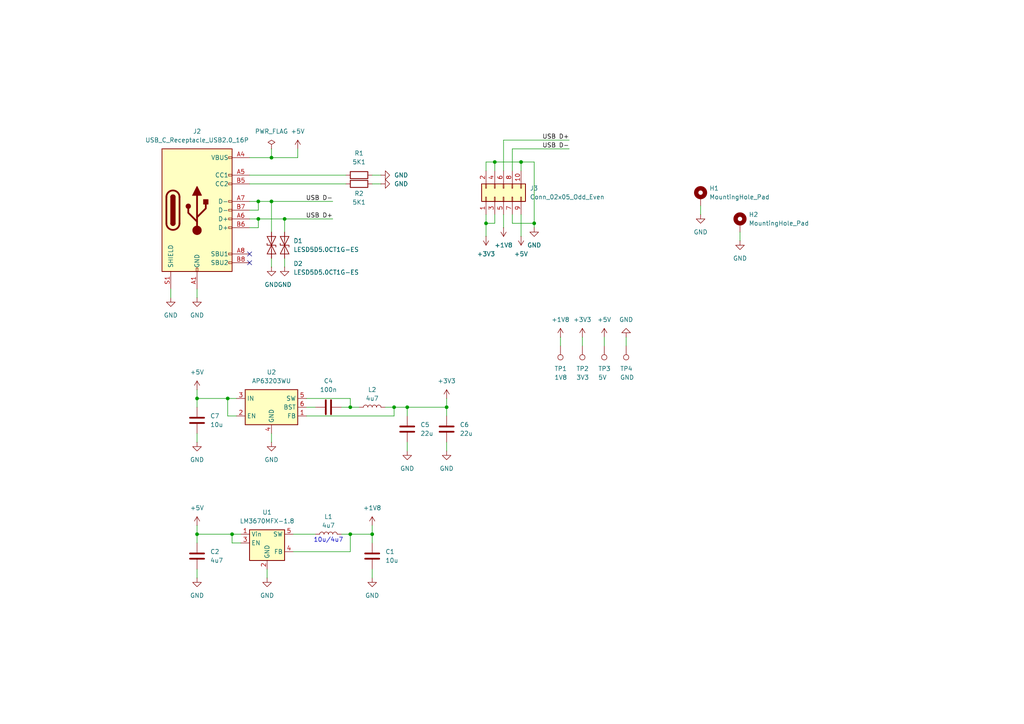
<source format=kicad_sch>
(kicad_sch (version 20231120) (generator "eeschema") (generator_version "8.0")
  (paper "A4")
  (lib_symbols
    (symbol "Connector:TestPoint" (pin_numbers hide) (pin_names (offset 0.762) hide)
      (property "Reference" "TP" (at 0 6.858 0))
      (property "Value" "TestPoint" (at 0 5.08 0))
      (symbol "TestPoint_0_1"
        (circle (center 0 3.302) (radius 0.762))
      )
      (symbol "TestPoint_1_1"
        (pin passive line (at 0 0 90) (length 2.54) (name "1") (number "1"))
      )
    )
    (symbol "Connector:USB_C_Receptacle_USB2.0_16P" (pin_names (offset 1.016))
      (property "Reference" "J" (at 0 22.225 0))
      (property "Value" "USB_C_Receptacle_USB2.0_16P" (at 0 19.685 0))
      (symbol "USB_C_Receptacle_USB2.0_16P_0_0"
        (rectangle (start -0.254 -17.78) (end 0.254 -16.764))
        (rectangle (start 10.16 -14.986) (end 9.144 -15.494))
        (rectangle (start 10.16 -12.446) (end 9.144 -12.954))
        (rectangle (start 10.16 -4.826) (end 9.144 -5.334))
        (rectangle (start 10.16 -2.286) (end 9.144 -2.794))
        (rectangle (start 10.16 0.254) (end 9.144 -0.254))
        (rectangle (start 10.16 2.794) (end 9.144 2.286))
        (rectangle (start 10.16 7.874) (end 9.144 7.366))
        (rectangle (start 10.16 10.414) (end 9.144 9.906))
        (rectangle (start 10.16 15.494) (end 9.144 14.986))
      )
      (symbol "USB_C_Receptacle_USB2.0_16P_0_1"
        (rectangle (start -10.16 17.78) (end 10.16 -17.78) (stroke (width 0.254)) (fill (type background)))
        (arc (start -8.89 -3.81) (mid -6.985 -5.7067) (end -5.08 -3.81) (stroke (width 0.508)))
        (arc (start -7.62 -3.81) (mid -6.985 -4.4423) (end -6.35 -3.81) (stroke (width 0.254)))
        (arc (start -7.62 -3.81) (mid -6.985 -4.4423) (end -6.35 -3.81) (stroke (width 0.254)) (fill (type outline)))
        (rectangle (start -7.62 -3.81) (end -6.35 3.81) (stroke (width 0.254)) (fill (type outline)))
        (arc (start -6.35 3.81) (mid -6.985 4.4423) (end -7.62 3.81) (stroke (width 0.254)))
        (arc (start -6.35 3.81) (mid -6.985 4.4423) (end -7.62 3.81) (stroke (width 0.254)) (fill (type outline)))
        (arc (start -5.08 3.81) (mid -6.985 5.7067) (end -8.89 3.81) (stroke (width 0.508)))
        (circle (center -2.54 1.143) (radius 0.635) (stroke (width 0.254)) (fill (type outline)))
        (circle (center 0 -5.842) (radius 1.27) (fill (type outline)))
        (polyline (pts (xy -8.89 -3.81) (xy -8.89 3.81)) (stroke (width 0.508)))
        (polyline (pts (xy -5.08 3.81) (xy -5.08 -3.81)) (stroke (width 0.508)))
        (polyline (pts (xy 0 -5.842) (xy 0 4.318)) (stroke (width 0.508)))
        (polyline (pts (xy 0 -3.302) (xy -2.54 -0.762) (xy -2.54 0.508)) (stroke (width 0.508)))
        (polyline (pts (xy 0 -2.032) (xy 2.54 0.508) (xy 2.54 1.778)) (stroke (width 0.508)))
        (polyline (pts (xy -1.27 4.318) (xy 0 6.858) (xy 1.27 4.318) (xy -1.27 4.318)) (stroke (width 0.254)) (fill (type outline)))
        (rectangle (start 1.905 1.778) (end 3.175 3.048) (stroke (width 0.254)) (fill (type outline)))
      )
      (symbol "USB_C_Receptacle_USB2.0_16P_1_1"
        (pin passive line (at 0 -22.86 90) (length 5.08) (name "GND") (number "A1"))
        (pin passive line (at 0 -22.86 90) (length 5.08) hide (name "GND") (number "A12"))
        (pin passive line (at 15.24 15.24 180) (length 5.08) (name "VBUS") (number "A4"))
        (pin bidirectional line (at 15.24 10.16 180) (length 5.08) (name "CC1") (number "A5"))
        (pin bidirectional line (at 15.24 -2.54 180) (length 5.08) (name "D+") (number "A6"))
        (pin bidirectional line (at 15.24 2.54 180) (length 5.08) (name "D-") (number "A7"))
        (pin bidirectional line (at 15.24 -12.7 180) (length 5.08) (name "SBU1") (number "A8"))
        (pin passive line (at 15.24 15.24 180) (length 5.08) hide (name "VBUS") (number "A9"))
        (pin passive line (at 0 -22.86 90) (length 5.08) hide (name "GND") (number "B1"))
        (pin passive line (at 0 -22.86 90) (length 5.08) hide (name "GND") (number "B12"))
        (pin passive line (at 15.24 15.24 180) (length 5.08) hide (name "VBUS") (number "B4"))
        (pin bidirectional line (at 15.24 7.62 180) (length 5.08) (name "CC2") (number "B5"))
        (pin bidirectional line (at 15.24 -5.08 180) (length 5.08) (name "D+") (number "B6"))
        (pin bidirectional line (at 15.24 0 180) (length 5.08) (name "D-") (number "B7"))
        (pin bidirectional line (at 15.24 -15.24 180) (length 5.08) (name "SBU2") (number "B8"))
        (pin passive line (at 15.24 15.24 180) (length 5.08) hide (name "VBUS") (number "B9"))
        (pin passive line (at -7.62 -22.86 90) (length 5.08) (name "SHIELD") (number "S1"))
      )
    )
    (symbol "Connector_Generic:Conn_02x05_Odd_Even" (pin_names (offset 1.016) hide)
      (property "Reference" "J" (at 1.27 7.62 0))
      (property "Value" "Conn_02x05_Odd_Even" (at 1.27 -7.62 0))
      (symbol "Conn_02x05_Odd_Even_1_1"
        (rectangle (start -1.27 -4.953) (end 0 -5.207) (stroke (width 0.1524)))
        (rectangle (start -1.27 -2.413) (end 0 -2.667) (stroke (width 0.1524)))
        (rectangle (start -1.27 0.127) (end 0 -0.127) (stroke (width 0.1524)))
        (rectangle (start -1.27 2.667) (end 0 2.413) (stroke (width 0.1524)))
        (rectangle (start -1.27 5.207) (end 0 4.953) (stroke (width 0.1524)))
        (rectangle (start -1.27 6.35) (end 3.81 -6.35) (stroke (width 0.254)) (fill (type background)))
        (rectangle (start 3.81 -4.953) (end 2.54 -5.207) (stroke (width 0.1524)))
        (rectangle (start 3.81 -2.413) (end 2.54 -2.667) (stroke (width 0.1524)))
        (rectangle (start 3.81 0.127) (end 2.54 -0.127) (stroke (width 0.1524)))
        (rectangle (start 3.81 2.667) (end 2.54 2.413) (stroke (width 0.1524)))
        (rectangle (start 3.81 5.207) (end 2.54 4.953) (stroke (width 0.1524)))
        (pin passive line (at -5.08 5.08 0) (length 3.81) (name "Pin_1") (number "1"))
        (pin passive line (at 7.62 -5.08 180) (length 3.81) (name "Pin_10") (number "10"))
        (pin passive line (at 7.62 5.08 180) (length 3.81) (name "Pin_2") (number "2"))
        (pin passive line (at -5.08 2.54 0) (length 3.81) (name "Pin_3") (number "3"))
        (pin passive line (at 7.62 2.54 180) (length 3.81) (name "Pin_4") (number "4"))
        (pin passive line (at -5.08 0 0) (length 3.81) (name "Pin_5") (number "5"))
        (pin passive line (at 7.62 0 180) (length 3.81) (name "Pin_6") (number "6"))
        (pin passive line (at -5.08 -2.54 0) (length 3.81) (name "Pin_7") (number "7"))
        (pin passive line (at 7.62 -2.54 180) (length 3.81) (name "Pin_8") (number "8"))
        (pin passive line (at -5.08 -5.08 0) (length 3.81) (name "Pin_9") (number "9"))
      )
    )
    (symbol "Device:C" (pin_numbers hide) (pin_names (offset 0.254))
      (property "Reference" "C" (at 0.635 2.54 0))
      (property "Value" "C" (at 0.635 -2.54 0))
      (symbol "C_0_1"
        (polyline (pts (xy -2.032 -0.762) (xy 2.032 -0.762)) (stroke (width 0.508)))
        (polyline (pts (xy -2.032 0.762) (xy 2.032 0.762)) (stroke (width 0.508)))
      )
      (symbol "C_1_1"
        (pin passive line (at 0 3.81 270) (length 2.794) (name "~") (number "1"))
        (pin passive line (at 0 -3.81 90) (length 2.794) (name "~") (number "2"))
      )
    )
    (symbol "Device:L" (pin_numbers hide) (pin_names (offset 1.016) hide)
      (property "Reference" "L" (at -1.27 0 90))
      (property "Value" "L" (at 1.905 0 90))
      (symbol "L_0_1"
        (arc (start 0 -2.54) (mid 0.6323 -1.905) (end 0 -1.27))
        (arc (start 0 -1.27) (mid 0.6323 -0.635) (end 0 0))
        (arc (start 0 0) (mid 0.6323 0.635) (end 0 1.27))
        (arc (start 0 1.27) (mid 0.6323 1.905) (end 0 2.54))
      )
      (symbol "L_1_1"
        (pin passive line (at 0 3.81 270) (length 1.27) (name "1") (number "1"))
        (pin passive line (at 0 -3.81 90) (length 1.27) (name "2") (number "2"))
      )
    )
    (symbol "Device:R" (pin_numbers hide) (pin_names (offset 0))
      (property "Reference" "R" (at 2.032 0 90))
      (property "Value" "R" (at 0 0 90))
      (symbol "R_0_1"
        (rectangle (start -1.016 -2.54) (end 1.016 2.54) (stroke (width 0.254)))
      )
      (symbol "R_1_1"
        (pin passive line (at 0 3.81 270) (length 1.27) (name "~") (number "1"))
        (pin passive line (at 0 -3.81 90) (length 1.27) (name "~") (number "2"))
      )
    )
    (symbol "Diode:SMAJ440CA" (pin_numbers hide) (pin_names (offset 1.016) hide)
      (property "Reference" "D" (at 0 2.54 0))
      (property "Value" "SMAJ440CA" (at 0 -2.54 0))
      (symbol "SMAJ440CA_0_1"
        (polyline (pts (xy 1.27 0) (xy -1.27 0)))
        (polyline (pts (xy -2.54 -1.27) (xy 0 0) (xy -2.54 1.27) (xy -2.54 -1.27)) (stroke (width 0.2032)))
        (polyline (pts (xy 0.508 1.27) (xy 0 1.27) (xy 0 -1.27) (xy -0.508 -1.27)) (stroke (width 0.2032)))
        (polyline (pts (xy 2.54 1.27) (xy 2.54 -1.27) (xy 0 0) (xy 2.54 1.27)) (stroke (width 0.2032)))
      )
      (symbol "SMAJ440CA_1_1"
        (pin passive line (at -3.81 0 0) (length 2.54) (name "A1") (number "1"))
        (pin passive line (at 3.81 0 180) (length 2.54) (name "A2") (number "2"))
      )
    )
    (symbol "Mechanical:MountingHole_Pad" (pin_numbers hide) (pin_names (offset 1.016) hide) (exclude_from_sim yes) (in_bom no)
      (property "Reference" "H" (at 0 6.35 0))
      (property "Value" "MountingHole_Pad" (at 0 4.445 0))
      (symbol "MountingHole_Pad_0_1"
        (circle (center 0 1.27) (radius 1.27) (stroke (width 1.27)))
      )
      (symbol "MountingHole_Pad_1_1"
        (pin input line (at 0 -2.54 90) (length 2.54) (name "1") (number "1"))
      )
    )
    (symbol "Regulator_Switching:AP63203WU"
      (property "Reference" "U" (at -7.62 6.35 0))
      (property "Value" "AP63203WU" (at 2.54 6.35 0))
      (symbol "AP63203WU_0_1"
        (rectangle (start -7.62 5.08) (end 7.62 -5.08) (stroke (width 0.254)) (fill (type background)))
      )
      (symbol "AP63203WU_1_1"
        (pin input line (at 10.16 -2.54 180) (length 2.54) (name "FB") (number "1"))
        (pin input line (at -10.16 -2.54 0) (length 2.54) (name "EN") (number "2"))
        (pin power_in line (at -10.16 2.54 0) (length 2.54) (name "IN") (number "3"))
        (pin power_in line (at 0 -7.62 90) (length 2.54) (name "GND") (number "4"))
        (pin output line (at 10.16 2.54 180) (length 2.54) (name "SW") (number "5"))
        (pin passive line (at 10.16 0 180) (length 2.54) (name "BST") (number "6"))
      )
    )
    (symbol "Regulator_Switching:LM3670MF"
      (property "Reference" "U" (at -5.08 5.08 0))
      (property "Value" "LM3670MF" (at 0 5.08 0))
      (symbol "LM3670MF_0_1"
        (rectangle (start -5.08 3.81) (end 5.08 -5.08) (stroke (width 0.254)) (fill (type background)))
      )
      (symbol "LM3670MF_1_1"
        (pin power_in line (at -7.62 2.54 0) (length 2.54) (name "Vin") (number "1"))
        (pin power_in line (at 0 -7.62 90) (length 2.54) (name "GND") (number "2"))
        (pin input line (at -7.62 0 0) (length 2.54) (name "EN") (number "3"))
        (pin input line (at 7.62 -2.54 180) (length 2.54) (name "FB") (number "4"))
        (pin input line (at 7.62 2.54 180) (length 2.54) (name "SW") (number "5"))
      )
    )
    (symbol "power:+1V8" (power) (pin_numbers hide) (pin_names (offset 0) hide)
      (property "Value" "+1V8" (at 0 3.556 0))
      (symbol "+1V8_0_1"
        (polyline (pts (xy -0.762 1.27) (xy 0 2.54)))
        (polyline (pts (xy 0 0) (xy 0 2.54)))
        (polyline (pts (xy 0 2.54) (xy 0.762 1.27)))
      )
      (symbol "+1V8_1_1"
        (pin power_in line (at 0 0 90) (length 0) (name "~") (number "1"))
      )
    )
    (symbol "power:+3V3" (power) (pin_numbers hide) (pin_names (offset 0) hide)
      (property "Value" "+3V3" (at 0 3.556 0))
      (symbol "+3V3_0_1"
        (polyline (pts (xy -0.762 1.27) (xy 0 2.54)))
        (polyline (pts (xy 0 0) (xy 0 2.54)))
        (polyline (pts (xy 0 2.54) (xy 0.762 1.27)))
      )
      (symbol "+3V3_1_1"
        (pin power_in line (at 0 0 90) (length 0) (name "~") (number "1"))
      )
    )
    (symbol "power:+5V" (power) (pin_numbers hide) (pin_names (offset 0) hide)
      (property "Value" "+5V" (at 0 3.556 0))
      (symbol "+5V_0_1"
        (polyline (pts (xy -0.762 1.27) (xy 0 2.54)))
        (polyline (pts (xy 0 0) (xy 0 2.54)))
        (polyline (pts (xy 0 2.54) (xy 0.762 1.27)))
      )
      (symbol "+5V_1_1"
        (pin power_in line (at 0 0 90) (length 0) (name "~") (number "1"))
      )
    )
    (symbol "power:GND" (power) (pin_numbers hide) (pin_names (offset 0) hide)
      (property "Value" "GND" (at 0 -3.81 0))
      (symbol "GND_0_1"
        (polyline (pts (xy 0 0) (xy 0 -1.27) (xy 1.27 -1.27) (xy 0 -2.54) (xy -1.27 -1.27) (xy 0 -1.27)))
      )
      (symbol "GND_1_1"
        (pin power_in line (at 0 0 270) (length 0) (name "~") (number "1"))
      )
    )
    (symbol "power:PWR_FLAG" (power) (pin_numbers hide) (pin_names (offset 0) hide)
      (property "Value" "PWR_FLAG" (at 0 3.81 0))
      (symbol "PWR_FLAG_0_0"
        (pin power_out line (at 0 0 90) (length 0) (name "~") (number "1"))
      )
      (symbol "PWR_FLAG_0_1"
        (polyline (pts (xy 0 0) (xy 0 1.27) (xy -1.016 1.905) (xy 0 2.54) (xy 1.016 1.905) (xy 0 1.27)))
      )
    )
  )
  (junction (at 57.15 115.57))
  (junction (at 114.3 118.11))
  (junction (at 101.6 154.94))
  (junction (at 78.74 58.42))
  (junction (at 67.31 154.94))
  (junction (at 118.11 118.11))
  (junction (at 57.15 154.94))
  (junction (at 129.54 118.11))
  (junction (at 107.95 154.94))
  (junction (at 74.93 63.5))
  (junction (at 78.74 45.72))
  (junction (at 66.04 115.57))
  (junction (at 143.51 46.99))
  (junction (at 101.6 118.11))
  (junction (at 151.13 46.99))
  (junction (at 154.94 64.77))
  (junction (at 74.93 58.42))
  (junction (at 82.55 63.5))
  (junction (at 140.97 64.77))
  (no_connect (at 72.39 73.66))
  (no_connect (at 72.39 76.2))
  (wire (pts (xy 162.56 97.79) (xy 162.56 100.33)))
  (wire (pts (xy 72.39 45.72) (xy 78.74 45.72)))
  (wire (pts (xy 57.15 118.11) (xy 57.15 115.57)))
  (wire (pts (xy 143.51 49.53) (xy 143.51 46.99)))
  (wire (pts (xy 165.1 43.18) (xy 148.59 43.18)))
  (wire (pts (xy 129.54 118.11) (xy 129.54 120.65)))
  (wire (pts (xy 68.58 120.65) (xy 66.04 120.65)))
  (wire (pts (xy 99.06 118.11) (xy 101.6 118.11)))
  (wire (pts (xy 66.04 115.57) (xy 68.58 115.57)))
  (wire (pts (xy 78.74 43.18) (xy 78.74 45.72)))
  (wire (pts (xy 140.97 64.77) (xy 140.97 68.58)))
  (wire (pts (xy 129.54 128.27) (xy 129.54 130.81)))
  (wire (pts (xy 154.94 64.77) (xy 154.94 66.04)))
  (wire (pts (xy 107.95 165.1) (xy 107.95 167.64)))
  (wire (pts (xy 129.54 115.57) (xy 129.54 118.11)))
  (wire (pts (xy 78.74 125.73) (xy 78.74 128.27)))
  (wire (pts (xy 101.6 154.94) (xy 101.6 160.02)))
  (wire (pts (xy 101.6 115.57) (xy 101.6 118.11)))
  (wire (pts (xy 67.31 154.94) (xy 69.85 154.94)))
  (wire (pts (xy 82.55 77.47) (xy 82.55 74.93)))
  (wire (pts (xy 74.93 63.5) (xy 82.55 63.5)))
  (wire (pts (xy 143.51 64.77) (xy 143.51 62.23)))
  (wire (pts (xy 57.15 154.94) (xy 67.31 154.94)))
  (wire (pts (xy 66.04 120.65) (xy 66.04 115.57)))
  (wire (pts (xy 107.95 157.48) (xy 107.95 154.94)))
  (wire (pts (xy 129.54 118.11) (xy 118.11 118.11)))
  (wire (pts (xy 165.1 40.64) (xy 146.05 40.64)))
  (wire (pts (xy 88.9 120.65) (xy 114.3 120.65)))
  (wire (pts (xy 101.6 118.11) (xy 104.14 118.11)))
  (wire (pts (xy 49.53 83.82) (xy 49.53 86.36)))
  (wire (pts (xy 72.39 53.34) (xy 100.33 53.34)))
  (wire (pts (xy 114.3 118.11) (xy 118.11 118.11)))
  (wire (pts (xy 154.94 46.99) (xy 154.94 64.77)))
  (wire (pts (xy 110.49 50.8) (xy 107.95 50.8)))
  (wire (pts (xy 175.26 97.79) (xy 175.26 100.33)))
  (wire (pts (xy 74.93 58.42) (xy 72.39 58.42)))
  (wire (pts (xy 74.93 63.5) (xy 72.39 63.5)))
  (wire (pts (xy 72.39 60.96) (xy 74.93 60.96)))
  (wire (pts (xy 151.13 46.99) (xy 151.13 49.53)))
  (wire (pts (xy 82.55 63.5) (xy 82.55 67.31)))
  (wire (pts (xy 114.3 120.65) (xy 114.3 118.11)))
  (wire (pts (xy 140.97 46.99) (xy 140.97 49.53)))
  (wire (pts (xy 78.74 58.42) (xy 96.52 58.42)))
  (wire (pts (xy 148.59 64.77) (xy 154.94 64.77)))
  (wire (pts (xy 140.97 62.23) (xy 140.97 64.77)))
  (wire (pts (xy 88.9 118.11) (xy 91.44 118.11)))
  (wire (pts (xy 146.05 40.64) (xy 146.05 49.53)))
  (wire (pts (xy 118.11 120.65) (xy 118.11 118.11)))
  (wire (pts (xy 140.97 64.77) (xy 143.51 64.77)))
  (wire (pts (xy 78.74 77.47) (xy 78.74 74.93)))
  (wire (pts (xy 57.15 165.1) (xy 57.15 167.64)))
  (wire (pts (xy 214.63 69.85) (xy 214.63 67.31)))
  (wire (pts (xy 72.39 66.04) (xy 74.93 66.04)))
  (wire (pts (xy 114.3 118.11) (xy 111.76 118.11)))
  (wire (pts (xy 69.85 157.48) (xy 67.31 157.48)))
  (wire (pts (xy 154.94 46.99) (xy 151.13 46.99)))
  (wire (pts (xy 82.55 63.5) (xy 96.52 63.5)))
  (wire (pts (xy 72.39 50.8) (xy 100.33 50.8)))
  (wire (pts (xy 57.15 157.48) (xy 57.15 154.94)))
  (wire (pts (xy 110.49 53.34) (xy 107.95 53.34)))
  (wire (pts (xy 151.13 46.99) (xy 143.51 46.99)))
  (wire (pts (xy 148.59 62.23) (xy 148.59 64.77)))
  (wire (pts (xy 107.95 152.4) (xy 107.95 154.94)))
  (wire (pts (xy 203.2 62.23) (xy 203.2 59.69)))
  (wire (pts (xy 74.93 60.96) (xy 74.93 58.42)))
  (wire (pts (xy 143.51 46.99) (xy 140.97 46.99)))
  (wire (pts (xy 77.47 165.1) (xy 77.47 167.64)))
  (wire (pts (xy 107.95 154.94) (xy 101.6 154.94)))
  (wire (pts (xy 57.15 152.4) (xy 57.15 154.94)))
  (wire (pts (xy 57.15 83.82) (xy 57.15 86.36)))
  (wire (pts (xy 57.15 115.57) (xy 66.04 115.57)))
  (wire (pts (xy 148.59 43.18) (xy 148.59 49.53)))
  (wire (pts (xy 78.74 58.42) (xy 78.74 67.31)))
  (wire (pts (xy 118.11 130.81) (xy 118.11 128.27)))
  (wire (pts (xy 168.91 97.79) (xy 168.91 100.33)))
  (wire (pts (xy 99.06 154.94) (xy 101.6 154.94)))
  (wire (pts (xy 86.36 45.72) (xy 86.36 43.18)))
  (wire (pts (xy 57.15 125.73) (xy 57.15 128.27)))
  (wire (pts (xy 151.13 62.23) (xy 151.13 68.58)))
  (wire (pts (xy 85.09 154.94) (xy 91.44 154.94)))
  (wire (pts (xy 74.93 66.04) (xy 74.93 63.5)))
  (wire (pts (xy 78.74 45.72) (xy 86.36 45.72)))
  (wire (pts (xy 181.61 97.79) (xy 181.61 100.33)))
  (wire (pts (xy 74.93 58.42) (xy 78.74 58.42)))
  (wire (pts (xy 67.31 157.48) (xy 67.31 154.94)))
  (wire (pts (xy 146.05 66.04) (xy 146.05 62.23)))
  (wire (pts (xy 88.9 115.57) (xy 101.6 115.57)))
  (wire (pts (xy 57.15 113.03) (xy 57.15 115.57)))
  (wire (pts (xy 101.6 160.02) (xy 85.09 160.02)))
  (text "10u/4u7" (at 95.25 156.718 0) (effects (font (size 1.27 1.27))))
  (label "USB D+" (at 96.52 63.5 180))
  (label "USB D-" (at 165.1 43.18 180))
  (label "USB D+" (at 165.1 40.64 180))
  (label "USB D-" (at 96.52 58.42 180))
  (symbol (lib_id "Device:C") (at 57.15 121.92 0) (unit 1)
    (property "Reference" "C7" (at 60.96 120.6499 0) (effects (justify left)))
    (property "Value" "10u" (at 60.96 123.1899 0) (effects (justify left)))
    (property "Footprint" "Capacitor_SMD:C_0603_1608Metric_Pad1.08x0.95mm_HandSolder" (effects (hide yes)))
    (property "Description" "Unpolarized capacitor" (effects (hide yes)))
    (property "LCSC" "C1691" (effects (hide yes)))
  )
  (symbol (lib_id "Connector:TestPoint") (at 162.56 100.33 180) (unit 1)
    (property "Reference" "TP1" (at 160.782 106.934 0) (effects (justify right)))
    (property "Value" "1V8" (at 160.782 109.474 0) (effects (justify right)))
    (property "Footprint" "TestPoint:TestPoint_Loop_D2.50mm_Drill1.85mm" (effects (hide yes)))
    (property "Description" "test point" (effects (hide yes)))
  )
  (symbol (lib_id "Mechanical:MountingHole_Pad") (at 214.63 64.77 0) (unit 1) (exclude_from_sim yes) (in_bom no)
    (property "Reference" "H2" (at 217.17 62.2299 0) (effects (justify left)))
    (property "Value" "MountingHole_Pad" (at 217.17 64.7699 0) (effects (justify left)))
    (property "Footprint" "MountingHole:MountingHole_3.2mm_M3_DIN965_Pad" (effects (hide yes)))
    (property "Description" "Mounting Hole with connection" (effects (hide yes)))
  )
  (symbol (lib_id "Device:C") (at 95.25 118.11 270) (unit 1)
    (property "Reference" "C4" (at 95.25 110.49 90))
    (property "Value" "100n" (at 95.25 113.03 90))
    (property "Footprint" "Capacitor_SMD:C_0603_1608Metric_Pad1.08x0.95mm_HandSolder" (effects (hide yes)))
    (property "Description" "Unpolarized capacitor" (effects (hide yes)))
  )
  (symbol (lib_id "power:+5V") (at 86.36 43.18 0) (unit 1)
    (property "Reference" "#PWR03" (effects (hide yes)))
    (property "Value" "+5V" (at 86.36 38.1 0))
    (property "Description" "Power symbol creates a global label with name \"+5V\"" (effects (hide yes)))
  )
  (symbol (lib_id "Connector_Generic:Conn_02x05_Odd_Even") (at 146.05 57.15 90) (unit 1)
    (property "Reference" "J3" (at 153.67 54.6099 90) (effects (justify right)))
    (property "Value" "Conn_02x05_Odd_Even" (at 153.67 57.1499 90) (effects (justify right)))
    (property "Footprint" "Connector_PinSocket_1.27mm:PinSocket_2x05_P1.27mm_Vertical" (effects (hide yes)))
    (property "Description" "Generic connector, double row, 02x05, odd/even pin numbering scheme (row 1 odd numbers, row 2 even numbers), script generated (kicad-library-utils/schlib/autogen/connector/)" (effects (hide yes)))
    (property "LCSC" "C2935883" (effects (hide yes)))
  )
  (symbol (lib_id "Regulator_Switching:LM3670MF") (at 77.47 157.48 0) (unit 1)
    (property "Reference" "U1" (at 77.47 148.59 0))
    (property "Value" "LM3670MFX-1.8" (at 77.47 151.13 0))
    (property "Footprint" "Package_TO_SOT_SMD:TSOT-23-5" (effects (hide yes)))
    (property "Datasheet" "https://www.lcsc.com/datasheet/lcsc_datasheet_2303011930_Texas-Instruments-LM3670MFX-1-8-NOPB_C2071285.pdf" (effects (hide yes)))
    (property "Description" "Miniature Step-Down DC-DC Converter for Ultralow Voltage Circuits, 2.5V < Vin < 5.5V, adjustable output voltage, SOT-23-5" (effects (hide yes)))
    (property "LCSC" "C2071285" (effects (hide yes)))
  )
  (symbol (lib_id "power:+3V3") (at 140.97 68.58 180) (unit 1)
    (property "Reference" "#PWR015" (effects (hide yes)))
    (property "Value" "+3V3" (at 140.97 73.66 0))
    (property "Description" "Power symbol creates a global label with name \"+3V3\"" (effects (hide yes)))
  )
  (symbol (lib_id "Device:R") (at 104.14 50.8 90) (unit 1)
    (property "Reference" "R1" (at 104.14 44.45 90))
    (property "Value" "5K1" (at 104.14 46.99 90))
    (property "Footprint" "Resistor_SMD:R_0603_1608Metric_Pad0.98x0.95mm_HandSolder" (effects (hide yes)))
    (property "Description" "Resistor" (effects (hide yes)))
    (property "LCSC" "C113390" (effects (hide yes)))
  )
  (symbol (lib_id "power:+1V8") (at 146.05 66.04 180) (unit 1)
    (property "Reference" "#PWR017" (effects (hide yes)))
    (property "Value" "+1V8" (at 146.05 71.12 0))
    (property "Description" "Power symbol creates a global label with name \"+1V8\"" (effects (hide yes)))
  )
  (symbol (lib_id "power:+3V3") (at 129.54 115.57 0) (unit 1)
    (property "Reference" "#PWR012" (effects (hide yes)))
    (property "Value" "+3V3" (at 129.54 110.49 0))
    (property "Description" "Power symbol creates a global label with name \"+3V3\"" (effects (hide yes)))
  )
  (symbol (lib_id "power:+5V") (at 175.26 97.79 0) (unit 1)
    (property "Reference" "#PWR027" (effects (hide yes)))
    (property "Value" "+5V" (at 175.26 92.71 0))
    (property "Description" "Power symbol creates a global label with name \"+5V\"" (effects (hide yes)))
  )
  (symbol (lib_id "power:GND") (at 214.63 69.85 0) (unit 1)
    (property "Reference" "#PWR024" (effects (hide yes)))
    (property "Value" "GND" (at 214.63 74.93 0))
    (property "Description" "Power symbol creates a global label with name \"GND\" , ground" (effects (hide yes)))
  )
  (symbol (lib_id "power:+5V") (at 151.13 68.58 180) (unit 1)
    (property "Reference" "#PWR018" (effects (hide yes)))
    (property "Value" "+5V" (at 151.13 73.66 0))
    (property "Description" "Power symbol creates a global label with name \"+5V\"" (effects (hide yes)))
  )
  (symbol (lib_id "power:GND") (at 110.49 53.34 90) (unit 1)
    (property "Reference" "#PWR020" (effects (hide yes)))
    (property "Value" "GND" (at 114.3 53.3399 90) (effects (justify right)))
    (property "Description" "Power symbol creates a global label with name \"GND\" , ground" (effects (hide yes)))
  )
  (symbol (lib_id "Connector:TestPoint") (at 168.91 100.33 180) (unit 1)
    (property "Reference" "TP2" (at 167.132 106.934 0) (effects (justify right)))
    (property "Value" "3V3" (at 167.132 109.474 0) (effects (justify right)))
    (property "Footprint" "TestPoint:TestPoint_Loop_D2.50mm_Drill1.85mm" (effects (hide yes)))
    (property "Description" "test point" (effects (hide yes)))
  )
  (symbol (lib_id "power:GND") (at 78.74 128.27 0) (unit 1)
    (property "Reference" "#PWR09" (effects (hide yes)))
    (property "Value" "GND" (at 78.74 133.35 0))
    (property "Description" "Power symbol creates a global label with name \"GND\" , ground" (effects (hide yes)))
  )
  (symbol (lib_id "power:GND") (at 110.49 50.8 90) (unit 1)
    (property "Reference" "#PWR019" (effects (hide yes)))
    (property "Value" "GND" (at 114.3 50.7999 90) (effects (justify right)))
    (property "Description" "Power symbol creates a global label with name \"GND\" , ground" (effects (hide yes)))
  )
  (symbol (lib_id "power:GND") (at 154.94 66.04 0) (unit 1)
    (property "Reference" "#PWR016" (effects (hide yes)))
    (property "Value" "GND" (at 154.94 71.12 0))
    (property "Description" "Power symbol creates a global label with name \"GND\" , ground" (effects (hide yes)))
  )
  (symbol (lib_id "power:GND") (at 129.54 130.81 0) (unit 1)
    (property "Reference" "#PWR013" (effects (hide yes)))
    (property "Value" "GND" (at 129.54 135.89 0))
    (property "Description" "Power symbol creates a global label with name \"GND\" , ground" (effects (hide yes)))
  )
  (symbol (lib_id "power:GND") (at 181.61 97.79 180) (unit 1)
    (property "Reference" "#PWR028" (effects (hide yes)))
    (property "Value" "GND" (at 181.61 92.71 0))
    (property "Description" "Power symbol creates a global label with name \"GND\" , ground" (effects (hide yes)))
  )
  (symbol (lib_id "power:GND") (at 57.15 128.27 0) (unit 1)
    (property "Reference" "#PWR010" (effects (hide yes)))
    (property "Value" "GND" (at 57.15 133.35 0))
    (property "Description" "Power symbol creates a global label with name \"GND\" , ground" (effects (hide yes)))
  )
  (symbol (lib_id "power:+1V8") (at 107.95 152.4 0) (unit 1)
    (property "Reference" "#PWR08" (effects (hide yes)))
    (property "Value" "+1V8" (at 107.95 147.32 0))
    (property "Description" "Power symbol creates a global label with name \"+1V8\"" (effects (hide yes)))
  )
  (symbol (lib_id "Device:C") (at 57.15 161.29 0) (unit 1)
    (property "Reference" "C2" (at 60.96 160.0199 0) (effects (justify left)))
    (property "Value" "4u7" (at 60.96 162.5599 0) (effects (justify left)))
    (property "Footprint" "Capacitor_SMD:C_0603_1608Metric_Pad1.08x0.95mm_HandSolder" (effects (hide yes)))
    (property "Description" "Unpolarized capacitor" (effects (hide yes)))
    (property "LCSC" "C2918489" (effects (hide yes)))
  )
  (symbol (lib_id "Connector:TestPoint") (at 181.61 100.33 180) (unit 1)
    (property "Reference" "TP4" (at 179.832 106.934 0) (effects (justify right)))
    (property "Value" "GND" (at 179.832 109.474 0) (effects (justify right)))
    (property "Footprint" "TestPoint:TestPoint_Loop_D2.50mm_Drill1.85mm" (effects (hide yes)))
    (property "Description" "test point" (effects (hide yes)))
  )
  (symbol (lib_id "power:+5V") (at 57.15 152.4 0) (unit 1)
    (property "Reference" "#PWR02" (effects (hide yes)))
    (property "Value" "+5V" (at 57.15 147.32 0))
    (property "Description" "Power symbol creates a global label with name \"+5V\"" (effects (hide yes)))
  )
  (symbol (lib_id "power:GND") (at 107.95 167.64 0) (unit 1)
    (property "Reference" "#PWR07" (effects (hide yes)))
    (property "Value" "GND" (at 107.95 172.72 0))
    (property "Description" "Power symbol creates a global label with name \"GND\" , ground" (effects (hide yes)))
  )
  (symbol (lib_id "power:GND") (at 82.55 77.47 0) (unit 1)
    (property "Reference" "#PWR022" (effects (hide yes)))
    (property "Value" "GND" (at 82.55 82.55 0))
    (property "Description" "Power symbol creates a global label with name \"GND\" , ground" (effects (hide yes)))
  )
  (symbol (lib_id "Diode:SMAJ440CA") (at 82.55 71.12 90) (unit 1)
    (property "Reference" "D1" (at 85.09 69.8499 90) (effects (justify right)))
    (property "Value" "LESD5D5.0CT1G-ES" (at 85.09 72.3899 90) (effects (justify right)))
    (property "Footprint" "Diode_SMD:D_SOD-523" (effects (hide yes)))
    (property "LCSC" "C5199159" (effects (hide yes)))
  )
  (symbol (lib_id "Device:R") (at 104.14 53.34 90) (unit 1)
    (property "Reference" "R2" (at 104.14 56.134 90))
    (property "Value" "5K1" (at 104.14 58.674 90))
    (property "Footprint" "Resistor_SMD:R_0603_1608Metric_Pad0.98x0.95mm_HandSolder" (effects (hide yes)))
    (property "Description" "Resistor" (effects (hide yes)))
    (property "LCSC" "C113390" (effects (hide yes)))
  )
  (symbol (lib_id "power:GND") (at 57.15 167.64 0) (unit 1)
    (property "Reference" "#PWR05" (effects (hide yes)))
    (property "Value" "GND" (at 57.15 172.72 0))
    (property "Description" "Power symbol creates a global label with name \"GND\" , ground" (effects (hide yes)))
  )
  (symbol (lib_id "Device:C") (at 129.54 124.46 0) (unit 1)
    (property "Reference" "C6" (at 133.35 123.1899 0) (effects (justify left)))
    (property "Value" "22u" (at 133.35 125.7299 0) (effects (justify left)))
    (property "Footprint" "Capacitor_SMD:C_0603_1608Metric_Pad1.08x0.95mm_HandSolder" (effects (hide yes)))
    (property "Description" "Unpolarized capacitor" (effects (hide yes)))
    (property "LCSC" "C59461" (effects (hide yes)))
  )
  (symbol (lib_id "power:GND") (at 78.74 77.47 0) (unit 1)
    (property "Reference" "#PWR021" (effects (hide yes)))
    (property "Value" "GND" (at 78.74 82.55 0))
    (property "Description" "Power symbol creates a global label with name \"GND\" , ground" (effects (hide yes)))
  )
  (symbol (lib_id "power:+5V") (at 57.15 113.03 0) (unit 1)
    (property "Reference" "#PWR04" (effects (hide yes)))
    (property "Value" "+5V" (at 57.15 107.95 0))
    (property "Description" "Power symbol creates a global label with name \"+5V\"" (effects (hide yes)))
  )
  (symbol (lib_id "power:+1V8") (at 162.56 97.79 0) (unit 1)
    (property "Reference" "#PWR026" (effects (hide yes)))
    (property "Value" "+1V8" (at 162.56 92.71 0))
    (property "Description" "Power symbol creates a global label with name \"+1V8\"" (effects (hide yes)))
  )
  (symbol (lib_id "power:GND") (at 57.15 86.36 0) (unit 1)
    (property "Reference" "#PWR014" (effects (hide yes)))
    (property "Value" "GND" (at 57.15 91.44 0))
    (property "Description" "Power symbol creates a global label with name \"GND\" , ground" (effects (hide yes)))
  )
  (symbol (lib_id "power:GND") (at 203.2 62.23 0) (unit 1)
    (property "Reference" "#PWR023" (effects (hide yes)))
    (property "Value" "GND" (at 203.2 67.31 0))
    (property "Description" "Power symbol creates a global label with name \"GND\" , ground" (effects (hide yes)))
  )
  (symbol (lib_id "Diode:SMAJ440CA") (at 78.74 71.12 90) (unit 1)
    (property "Reference" "D2" (at 85.09 76.454 90) (effects (justify right)))
    (property "Value" "LESD5D5.0CT1G-ES" (at 85.09 78.994 90) (effects (justify right)))
    (property "Footprint" "Diode_SMD:D_SOD-523" (effects (hide yes)))
    (property "LCSC" "C5199159" (effects (hide yes)))
  )
  (symbol (lib_id "Device:L") (at 95.25 154.94 90) (unit 1)
    (property "Reference" "L1" (at 95.25 149.86 90))
    (property "Value" "4u7" (at 95.25 152.4 90))
    (property "Footprint" "Inductor_SMD:L_1008_2520Metric_Pad1.43x2.20mm_HandSolder" (effects (hide yes)))
    (property "Description" "Inductor" (effects (hide yes)))
    (property "LCSC" "C315719" (effects (hide yes)))
  )
  (symbol (lib_id "Mechanical:MountingHole_Pad") (at 203.2 57.15 0) (unit 1) (exclude_from_sim yes) (in_bom no)
    (property "Reference" "H1" (at 205.74 54.6099 0) (effects (justify left)))
    (property "Value" "MountingHole_Pad" (at 205.74 57.1499 0) (effects (justify left)))
    (property "Footprint" "MountingHole:MountingHole_3.2mm_M3_DIN965_Pad" (effects (hide yes)))
    (property "Description" "Mounting Hole with connection" (effects (hide yes)))
  )
  (symbol (lib_id "power:GND") (at 77.47 167.64 0) (unit 1)
    (property "Reference" "#PWR06" (effects (hide yes)))
    (property "Value" "GND" (at 77.47 172.72 0))
    (property "Description" "Power symbol creates a global label with name \"GND\" , ground" (effects (hide yes)))
  )
  (symbol (lib_id "power:GND") (at 49.53 86.36 0) (unit 1)
    (property "Reference" "#PWR01" (effects (hide yes)))
    (property "Value" "GND" (at 49.53 91.44 0))
    (property "Description" "Power symbol creates a global label with name \"GND\" , ground" (effects (hide yes)))
  )
  (symbol (lib_id "Device:C") (at 107.95 161.29 0) (unit 1)
    (property "Reference" "C1" (at 111.76 160.0199 0) (effects (justify left)))
    (property "Value" "10u" (at 111.76 162.5599 0) (effects (justify left)))
    (property "Footprint" "Capacitor_SMD:C_0603_1608Metric_Pad1.08x0.95mm_HandSolder" (effects (hide yes)))
    (property "Description" "Unpolarized capacitor" (effects (hide yes)))
    (property "LCSC" "C1691" (effects (hide yes)))
  )
  (symbol (lib_id "Device:L") (at 107.95 118.11 90) (unit 1)
    (property "Reference" "L2" (at 107.95 113.03 90))
    (property "Value" "4u7" (at 107.95 115.57 90))
    (property "Footprint" "Inductor_SMD:L_1008_2520Metric_Pad1.43x2.20mm_HandSolder" (effects (hide yes)))
    (property "Description" "Inductor" (effects (hide yes)))
    (property "LCSC" "C315719" (effects (hide yes)))
  )
  (symbol (lib_id "Connector:TestPoint") (at 175.26 100.33 180) (unit 1)
    (property "Reference" "TP3" (at 173.482 106.934 0) (effects (justify right)))
    (property "Value" "5V" (at 173.482 109.474 0) (effects (justify right)))
    (property "Footprint" "TestPoint:TestPoint_Loop_D2.50mm_Drill1.85mm" (effects (hide yes)))
    (property "Description" "test point" (effects (hide yes)))
  )
  (symbol (lib_id "Device:C") (at 118.11 124.46 0) (unit 1)
    (property "Reference" "C5" (at 121.92 123.1899 0) (effects (justify left)))
    (property "Value" "22u" (at 121.92 125.7299 0) (effects (justify left)))
    (property "Footprint" "Capacitor_SMD:C_0603_1608Metric_Pad1.08x0.95mm_HandSolder" (effects (hide yes)))
    (property "Description" "Unpolarized capacitor" (effects (hide yes)))
    (property "LCSC" "C59461" (effects (hide yes)))
  )
  (symbol (lib_id "Regulator_Switching:AP63203WU") (at 78.74 118.11 0) (unit 1)
    (property "Reference" "U2" (at 78.74 107.95 0))
    (property "Value" "AP63203WU" (at 78.74 110.49 0))
    (property "Footprint" "Package_TO_SOT_SMD:TSOT-23-6" (effects (hide yes)))
    (property "Datasheet" "https://www.lcsc.com/datasheet/lcsc_datasheet_2201131130_Diodes-Incorporated-AP63203WU-7_C780769.pdf" (effects (hide yes)))
    (property "Description" "2A, 1.1MHz Buck DC/DC Converter, fixed 3.3V output voltage, TSOT-23-6" (effects (hide yes)))
    (property "LCSC" "C780769" (effects (hide yes)))
  )
  (symbol (lib_id "power:GND") (at 118.11 130.81 0) (unit 1)
    (property "Reference" "#PWR011" (effects (hide yes)))
    (property "Value" "GND" (at 118.11 135.89 0))
    (property "Description" "Power symbol creates a global label with name \"GND\" , ground" (effects (hide yes)))
  )
  (symbol (lib_id "power:PWR_FLAG") (at 78.74 43.18 0) (unit 1)
    (property "Reference" "#FLG01" (effects (hide yes)))
    (property "Value" "PWR_FLAG" (at 78.74 38.1 0))
    (property "Description" "Special symbol for telling ERC where power comes from" (effects (hide yes)))
  )
  (symbol (lib_id "Connector:USB_C_Receptacle_USB2.0_16P") (at 57.15 60.96 0) (unit 1)
    (property "Reference" "J2" (at 57.15 38.1 0))
    (property "Value" "USB_C_Receptacle_USB2.0_16P" (at 57.15 40.64 0))
    (property "Footprint" "Connector_USB:USB_C_Receptacle_G-Switch_GT-USB-7010ASV" (effects (hide yes)))
    (property "Datasheet" "https://www.usb.org/sites/default/files/documents/usb_type-c.zip" (effects (hide yes)))
    (property "Description" "USB 2.0-only 16P Type-C Receptacle connector" (effects (hide yes)))
    (property "LCSC" "C393939" (effects (hide yes)))
  )
  (symbol (lib_id "power:+3V3") (at 168.91 97.79 0) (unit 1)
    (property "Reference" "#PWR025" (effects (hide yes)))
    (property "Value" "+3V3" (at 168.91 92.71 0))
    (property "Description" "Power symbol creates a global label with name \"+3V3\"" (effects (hide yes)))
  )
)
</source>
